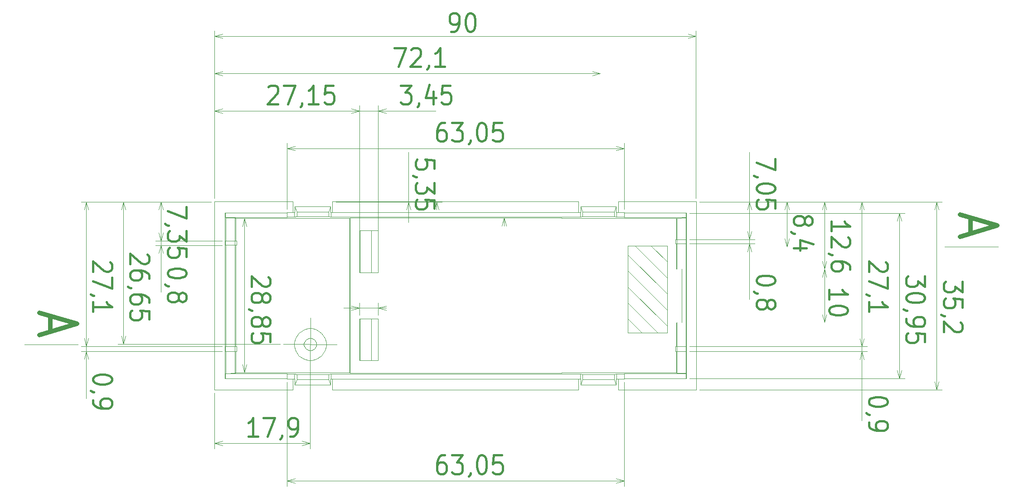
<source format=gbr>
G04 #@! TF.GenerationSoftware,KiCad,Pcbnew,(5.1.5-0-10_14)*
G04 #@! TF.CreationDate,2020-04-27T10:05:46+02:00*
G04 #@! TF.ProjectId,ESP8266-PowerMonitor,45535038-3236-4362-9d50-6f7765724d6f,rev?*
G04 #@! TF.SameCoordinates,Original*
G04 #@! TF.FileFunction,OtherDrawing,Comment*
%FSLAX46Y46*%
G04 Gerber Fmt 4.6, Leading zero omitted, Abs format (unit mm)*
G04 Created by KiCad (PCBNEW (5.1.5-0-10_14)) date 2020-04-27 10:05:46*
%MOMM*%
%LPD*%
G04 APERTURE LIST*
%ADD10C,0.050000*%
%ADD11C,0.436306*%
%ADD12C,0.872612*%
%ADD13C,0.120000*%
G04 APERTURE END LIST*
D10*
X101838760Y-90032201D02*
X101773772Y-89991584D01*
X101838760Y-94347793D02*
X101838760Y-90032201D01*
X101838760Y-114105589D02*
X101838760Y-95152524D01*
X103572613Y-95152524D02*
X103868865Y-95152524D01*
X103572613Y-94347793D02*
X103868865Y-94347793D01*
X101773772Y-94347793D02*
X103572613Y-94347793D01*
X103572613Y-114105589D02*
X103572613Y-114996632D01*
X174864163Y-119289377D02*
X174864163Y-120200729D01*
X174441489Y-119375689D02*
X174864163Y-119289377D01*
X174441489Y-120284502D02*
X174441489Y-119375689D01*
X174800699Y-121256779D02*
X174441489Y-120284502D01*
X121786950Y-122231596D02*
X167777961Y-122231596D01*
X121786950Y-120200729D02*
X121786950Y-122231596D01*
X175160416Y-120200729D02*
X175160416Y-122231596D01*
X174800699Y-121256779D02*
X174800699Y-120200729D01*
X168137678Y-121256779D02*
X174800699Y-121256779D01*
X168137678Y-120200729D02*
X168137678Y-121256779D01*
X167777961Y-122231596D02*
X167777961Y-120200729D01*
X187811955Y-90032201D02*
X186097142Y-90095666D01*
X186097142Y-119078675D02*
X187811955Y-119121831D01*
X187811955Y-114128437D02*
X187811955Y-94875819D01*
X187811955Y-119121831D02*
X187811955Y-115037250D01*
X187832517Y-119162448D02*
X187811955Y-119121831D01*
X185992806Y-99574737D02*
X185992806Y-94875819D01*
X185992806Y-90159130D02*
X164689012Y-90159130D01*
X185992806Y-94073626D02*
X185992806Y-90159130D01*
X187832517Y-120073799D02*
X187832517Y-119162448D01*
X187875166Y-120137264D02*
X187832517Y-120073799D01*
X187875166Y-89082771D02*
X187875166Y-120137264D01*
X187832517Y-89143697D02*
X187875166Y-89082771D01*
X187832517Y-89991584D02*
X187832517Y-89143697D01*
X187811955Y-90032201D02*
X187832517Y-89991584D01*
X187811955Y-94073626D02*
X187811955Y-90032201D01*
X189715131Y-87029057D02*
X189715131Y-122231596D01*
X174800699Y-87958179D02*
X168137678Y-87958179D01*
X174800699Y-88996459D02*
X174800699Y-87958179D01*
X175160416Y-87029057D02*
X175160416Y-89016768D01*
X121490697Y-120200729D02*
X121427233Y-120200729D01*
X121490697Y-119289377D02*
X121490697Y-120200729D01*
X121068023Y-119375689D02*
X121490697Y-119289377D01*
X121068023Y-120284502D02*
X121068023Y-119375689D01*
X121427233Y-121256779D02*
X121068023Y-120284502D01*
X99743667Y-87029057D02*
X99743667Y-122231596D01*
X114382663Y-87029057D02*
X99743667Y-87029057D01*
X114382663Y-89016768D02*
X114382663Y-87029057D01*
X113261625Y-89082771D02*
X101689745Y-89082771D01*
X113261625Y-120137264D02*
X101689745Y-120137264D01*
X99743667Y-122231596D02*
X114382663Y-122231596D01*
X121427233Y-121256779D02*
X121427233Y-120200729D01*
X114762943Y-121256779D02*
X121427233Y-121256779D01*
X114762943Y-120200729D02*
X114762943Y-121256779D01*
X114382663Y-122231596D02*
X114382663Y-120200729D01*
X174864163Y-120200729D02*
X174800699Y-120200729D01*
X185992806Y-115037250D02*
X185992806Y-119015210D01*
X187832517Y-94875819D02*
X186119227Y-94875819D01*
X187832517Y-94073626D02*
X187832517Y-94875819D01*
X186119227Y-94073626D02*
X187832517Y-94073626D01*
X187832517Y-114128437D02*
X186119227Y-114128437D01*
X187832517Y-115037250D02*
X187832517Y-114128437D01*
X186119227Y-115037250D02*
X187832517Y-115037250D01*
X186097142Y-99635663D02*
X186097142Y-94875819D01*
X186097142Y-99574737D02*
X186097142Y-99635663D01*
X185992806Y-99574737D02*
X186097142Y-99574737D01*
X186097142Y-90095666D02*
X185992806Y-90159130D01*
X186097142Y-94073626D02*
X186097142Y-90095666D01*
X186097142Y-119078675D02*
X186097142Y-115037250D01*
X185992806Y-119015210D02*
X186097142Y-119078675D01*
X186097142Y-109685915D02*
X185992806Y-109685915D01*
X186097142Y-109622451D02*
X186097142Y-109685915D01*
X186097142Y-114128437D02*
X186097142Y-109622451D01*
X185992806Y-119015210D02*
X164689012Y-119015210D01*
X103572613Y-114996632D02*
X103868865Y-114996632D01*
X103572613Y-114105589D02*
X103868865Y-114105589D01*
X101773772Y-114105589D02*
X103572613Y-114105589D01*
X101773772Y-114996632D02*
X101773772Y-114105589D01*
X101773772Y-95152524D02*
X101773772Y-94347793D01*
X103572613Y-95152524D02*
X101773772Y-95152524D01*
X103572613Y-94347793D02*
X103572613Y-95152524D01*
X185992806Y-114128437D02*
X185992806Y-109685915D01*
X185843791Y-94073626D02*
X185843791Y-94073626D01*
X185843791Y-94875819D02*
X185843791Y-94073626D01*
X186119227Y-94875819D02*
X185843791Y-94875819D01*
X186119227Y-94073626D02*
X186119227Y-94875819D01*
X185843791Y-94073626D02*
X186119227Y-94073626D01*
X185843791Y-114128437D02*
X185843791Y-114128437D01*
X185843791Y-115037250D02*
X185843791Y-114128437D01*
X186119227Y-115037250D02*
X185843791Y-115037250D01*
X186119227Y-114128437D02*
X186119227Y-115037250D01*
X185843791Y-114128437D02*
X186119227Y-114128437D01*
X103721374Y-114105589D02*
X103721374Y-95152524D01*
X103721374Y-90159130D02*
X103593175Y-90075357D01*
X103721374Y-94347793D02*
X103721374Y-90159130D01*
X103868865Y-94347793D02*
X103868865Y-95152524D01*
X103868865Y-114105589D02*
X103868865Y-114996632D01*
X103593175Y-119078675D02*
X103593175Y-114996632D01*
X101838760Y-119142139D02*
X103593175Y-119078675D01*
X103593175Y-114105589D02*
X103593175Y-95152524D01*
X103593175Y-90075357D02*
X101838760Y-90032201D01*
X103593175Y-94347793D02*
X103593175Y-90075357D01*
X101838760Y-119142139D02*
X101838760Y-114996632D01*
X101773772Y-119162448D02*
X101838760Y-119142139D01*
X101773772Y-120073799D02*
X101773772Y-119162448D01*
X101689745Y-120137264D02*
X101773772Y-120073799D01*
X101689745Y-89082771D02*
X101689745Y-120137264D01*
X101773772Y-89143697D02*
X101689745Y-89082771D01*
X101773772Y-89991584D02*
X101773772Y-89143697D01*
X168074214Y-89864655D02*
X168074214Y-89016768D01*
X168496888Y-89778343D02*
X168074214Y-89864655D01*
X168496888Y-88932995D02*
X168496888Y-89778343D01*
X168137678Y-87958179D02*
X168496888Y-88932995D01*
X187875166Y-120137264D02*
X176303540Y-120137264D01*
X187875166Y-89082771D02*
X176303540Y-89082771D01*
X175160416Y-122231596D02*
X189715131Y-122231596D01*
X189715131Y-87029057D02*
X175160416Y-87029057D01*
X167777961Y-89016768D02*
X167777961Y-87029057D01*
X168137678Y-87958179D02*
X168137678Y-88996459D01*
X103572613Y-114996632D02*
X101773772Y-114996632D01*
X114762943Y-87958179D02*
X115123929Y-88932995D01*
X167777961Y-87029057D02*
X121786950Y-87029057D01*
X114762943Y-87958179D02*
X114762943Y-88996459D01*
X121427233Y-87958179D02*
X114762943Y-87958179D01*
X121427233Y-88996459D02*
X121427233Y-87958179D01*
X121786950Y-87029057D02*
X121786950Y-89016768D01*
X168074214Y-89016768D02*
X168137678Y-88996459D01*
X114699478Y-89016768D02*
X114762943Y-88996459D01*
X114699478Y-89864655D02*
X114699478Y-89016768D01*
X115123929Y-89778343D02*
X114699478Y-89864655D01*
X115123929Y-88932995D02*
X115123929Y-89778343D01*
X164689012Y-90159130D02*
X164541775Y-90055049D01*
X164541775Y-119098983D02*
X164689012Y-119015210D01*
X187028294Y-99635663D02*
X187028294Y-109622451D01*
X125108940Y-119098983D02*
X164541775Y-119098983D01*
X125108940Y-90055049D02*
X125108940Y-119098983D01*
X164541775Y-90055049D02*
X125108940Y-90055049D01*
X126863355Y-100250000D02*
X126863355Y-100250000D01*
X130312275Y-100250000D02*
X126863355Y-100250000D01*
X130312275Y-92403238D02*
X130312275Y-100250000D01*
X126863355Y-92403238D02*
X130312275Y-92403238D01*
X126863355Y-100250000D02*
X126863355Y-92403238D01*
X126863355Y-116750794D02*
X126863355Y-116750794D01*
X130312275Y-116750794D02*
X126863355Y-116750794D01*
X130312275Y-108904032D02*
X130312275Y-116750794D01*
X126863355Y-108904032D02*
X130312275Y-108904032D01*
X126863355Y-116750794D02*
X126863355Y-108904032D01*
X227687772Y-120073799D02*
X227687772Y-118570958D01*
X227687772Y-120073799D02*
X227285914Y-118570958D01*
X228090137Y-118570958D02*
X227687772Y-120073799D01*
X227687772Y-89166544D02*
X227687772Y-90646539D01*
X227687772Y-89166544D02*
X228090137Y-90646539D01*
X227285914Y-90646539D02*
X227687772Y-89166544D01*
X227687772Y-90646539D02*
X227687772Y-118570958D01*
X188445585Y-120073799D02*
X228682389Y-120073799D01*
X188445585Y-89166544D02*
X228682389Y-89166544D01*
X64288793Y-113790805D02*
X74272535Y-113790805D01*
X246178053Y-95429230D02*
X236171972Y-95429230D01*
X130312275Y-106934091D02*
X131814863Y-106934091D01*
X130312275Y-106934091D02*
X131814863Y-106535533D01*
X131814863Y-107337726D02*
X130312275Y-106934091D01*
X126863355Y-106934091D02*
X125362545Y-107337726D01*
X125362545Y-106934091D02*
X126863355Y-106934091D01*
X126863355Y-106934091D02*
X130312275Y-106934091D01*
X125362545Y-106535533D02*
X126863355Y-106934091D01*
X125362545Y-106934091D02*
X123859703Y-106934091D01*
X130312275Y-108289694D02*
X130312275Y-105941505D01*
X126863355Y-108289694D02*
X126863355Y-105941505D01*
X130312275Y-70063703D02*
X131814863Y-70063703D01*
X130312275Y-70063703D02*
X131814863Y-69660068D01*
X131814863Y-70464799D02*
X130312275Y-70063703D01*
X126863355Y-70063703D02*
X125362545Y-70464799D01*
X125362545Y-70063703D02*
X126863355Y-70063703D01*
X126863355Y-70063703D02*
X130312275Y-70063703D01*
X125362545Y-69660068D02*
X126863355Y-70063703D01*
X131814863Y-70063703D02*
X141079931Y-70063703D01*
X125362545Y-70063703D02*
X123859703Y-70063703D01*
X130312275Y-99635663D02*
X130312275Y-69068578D01*
X126863355Y-99635663D02*
X126863355Y-69068578D01*
X141271340Y-87049366D02*
X141271340Y-88552207D01*
X141271340Y-87049366D02*
X141671929Y-88552207D01*
X140868975Y-88552207D02*
X141271340Y-87049366D01*
X122421850Y-87049366D02*
X142264180Y-87049366D01*
X75817771Y-115016941D02*
X75817771Y-116496935D01*
X75817771Y-115016941D02*
X76220136Y-116496935D01*
X75415405Y-116496935D02*
X75817771Y-115016941D01*
X75817771Y-114105589D02*
X75415405Y-112605287D01*
X75817771Y-112605287D02*
X75817771Y-114105589D01*
X75817771Y-114105589D02*
X75817771Y-115016941D01*
X76220136Y-112605287D02*
X75817771Y-114105589D01*
X75817771Y-116496935D02*
X75817771Y-123818210D01*
X75817771Y-112605287D02*
X75817771Y-111102445D01*
X101160958Y-114105589D02*
X74823407Y-114105589D01*
X101160958Y-115016941D02*
X74823407Y-115016941D01*
X75817771Y-87049366D02*
X75817771Y-88552207D01*
X75817771Y-87049366D02*
X76220136Y-88552207D01*
X75415405Y-88552207D02*
X75817771Y-87049366D01*
X75817771Y-114105589D02*
X75817771Y-112605287D01*
X75817771Y-114105589D02*
X75415405Y-112605287D01*
X76220136Y-112605287D02*
X75817771Y-114105589D01*
X75817771Y-112605287D02*
X75817771Y-88552207D01*
X99129330Y-87049366D02*
X74823407Y-87049366D01*
X101160958Y-114105589D02*
X74823407Y-114105589D01*
X89758402Y-95172833D02*
X89758402Y-96675675D01*
X89758402Y-95172833D02*
X90160768Y-96675675D01*
X89356544Y-96675675D02*
X89758402Y-95172833D01*
X89758402Y-94370641D02*
X89356544Y-92867799D01*
X89758402Y-92867799D02*
X89758402Y-94370641D01*
X89758402Y-94370641D02*
X89758402Y-95172833D01*
X90160768Y-92867799D02*
X89758402Y-94370641D01*
X89758402Y-96675675D02*
X89758402Y-103974102D01*
X89758402Y-92867799D02*
X89758402Y-91364958D01*
X101160958Y-95172833D02*
X88764293Y-95172833D01*
X101160958Y-94370641D02*
X88764293Y-94370641D01*
X89758402Y-87049366D02*
X89758402Y-88552207D01*
X89758402Y-87049366D02*
X90160768Y-88552207D01*
X89356544Y-88552207D02*
X89758402Y-87049366D01*
X89758402Y-94370641D02*
X89758402Y-92867799D01*
X89758402Y-94370641D02*
X89356544Y-92867799D01*
X90160768Y-92867799D02*
X89758402Y-94370641D01*
X89758402Y-92867799D02*
X89758402Y-88552207D01*
X99129330Y-87049366D02*
X88764293Y-87049366D01*
X101160958Y-94370641D02*
X88764293Y-94370641D01*
X153878962Y-90075357D02*
X153878962Y-91578199D01*
X153878962Y-90075357D02*
X154280820Y-91578199D01*
X153476596Y-91578199D02*
X153878962Y-90075357D01*
X145459496Y-119098983D02*
X154893634Y-119098983D01*
X145459496Y-90075357D02*
X154893634Y-90075357D01*
X82777044Y-113684185D02*
X82777044Y-112181343D01*
X82777044Y-113684185D02*
X82375186Y-112181343D01*
X83179409Y-112181343D02*
X82777044Y-113684185D01*
X82777044Y-87049366D02*
X82777044Y-88552207D01*
X82777044Y-87049366D02*
X83179409Y-88552207D01*
X82375186Y-88552207D02*
X82777044Y-87049366D01*
X82777044Y-88552207D02*
X82777044Y-112181343D01*
X112034473Y-113684185D02*
X81761864Y-113684185D01*
X99129330Y-87049366D02*
X81761864Y-87049366D01*
X113282441Y-139217258D02*
X114785029Y-139217258D01*
X113282441Y-139217258D02*
X114785029Y-138816162D01*
X114785029Y-139620893D02*
X113282441Y-139217258D01*
X176281454Y-139217258D02*
X174780136Y-139217258D01*
X176281454Y-139217258D02*
X174780136Y-139620893D01*
X174780136Y-138816162D02*
X176281454Y-139217258D01*
X174780136Y-139217258D02*
X114785029Y-139217258D01*
X113282441Y-120815066D02*
X113282441Y-140212383D01*
X176281454Y-120815066D02*
X176281454Y-140212383D01*
X176281454Y-77065116D02*
X174780136Y-77065116D01*
X176281454Y-77065116D02*
X174780136Y-77466213D01*
X174780136Y-76661482D02*
X176281454Y-77065116D01*
X113282441Y-77065116D02*
X114785029Y-77065116D01*
X113282441Y-77065116D02*
X114785029Y-76661482D01*
X114785029Y-77466213D02*
X113282441Y-77065116D01*
X114785029Y-77065116D02*
X174780136Y-77065116D01*
X176281454Y-88404969D02*
X176281454Y-76049683D01*
X113282441Y-88404969D02*
X113282441Y-76049683D01*
X213683929Y-87049366D02*
X213683929Y-88552207D01*
X213683929Y-87049366D02*
X214086041Y-88552207D01*
X213281818Y-88552207D02*
X213683929Y-87049366D01*
X213683929Y-99635663D02*
X213683929Y-98135360D01*
X213683929Y-99635663D02*
X213281818Y-98135360D01*
X214086041Y-98135360D02*
X213683929Y-99635663D01*
X213683929Y-98135360D02*
X213683929Y-88552207D01*
X190327945Y-87049366D02*
X214699109Y-87049366D01*
X213683929Y-109642760D02*
X213683929Y-108142457D01*
X213683929Y-109642760D02*
X213281818Y-108142457D01*
X214086041Y-108142457D02*
X213683929Y-109642760D01*
X213683929Y-99635663D02*
X213683929Y-101138504D01*
X213683929Y-99635663D02*
X214086041Y-101138504D01*
X213281818Y-101138504D02*
X213683929Y-99635663D01*
X213683929Y-101138504D02*
X213683929Y-108142457D01*
X220685851Y-87049366D02*
X220685851Y-88552207D01*
X220685851Y-87049366D02*
X221088216Y-88552207D01*
X220283739Y-88552207D02*
X220685851Y-87049366D01*
X220685851Y-114128437D02*
X220685851Y-112625595D01*
X220685851Y-114128437D02*
X220283739Y-112625595D01*
X221088216Y-112625595D02*
X220685851Y-114128437D01*
X220685851Y-112625595D02*
X220685851Y-88552207D01*
X190327945Y-87049366D02*
X221680214Y-87049366D01*
X188445585Y-114128437D02*
X221680214Y-114128437D01*
X199700396Y-87049366D02*
X199700396Y-88552207D01*
X199700396Y-87049366D02*
X200102507Y-88552207D01*
X199298284Y-88552207D02*
X199700396Y-87049366D01*
X199700396Y-94093935D02*
X199700396Y-92591094D01*
X199700396Y-94093935D02*
X199298284Y-92591094D01*
X200102507Y-92591094D02*
X199700396Y-94093935D01*
X199700396Y-87049366D02*
X199700396Y-77806383D01*
X199700396Y-92591094D02*
X199700396Y-88552207D01*
X190327945Y-87049366D02*
X200695013Y-87049366D01*
X188445585Y-94093935D02*
X200695013Y-94093935D01*
X220685851Y-115037250D02*
X220685851Y-116540091D01*
X220685851Y-115037250D02*
X221088216Y-116540091D01*
X220283739Y-116540091D02*
X220685851Y-115037250D01*
X220685851Y-114128437D02*
X220283739Y-112625595D01*
X220685851Y-112625595D02*
X220685851Y-114128437D01*
X220685851Y-114128437D02*
X220685851Y-115037250D01*
X221088216Y-112625595D02*
X220685851Y-114128437D01*
X220685851Y-116540091D02*
X220685851Y-128006873D01*
X220685851Y-112625595D02*
X220685851Y-111145601D01*
X188445585Y-115037250D02*
X221680214Y-115037250D01*
X188445585Y-114128437D02*
X221680214Y-114128437D01*
X199700396Y-94898666D02*
X199700396Y-96401508D01*
X199700396Y-94898666D02*
X200102507Y-96401508D01*
X199298284Y-96401508D02*
X199700396Y-94898666D01*
X199700396Y-94093935D02*
X199298284Y-92591094D01*
X199700396Y-92591094D02*
X199700396Y-94093935D01*
X199700396Y-94093935D02*
X199700396Y-94898666D01*
X200102507Y-92591094D02*
X199700396Y-94093935D01*
X199700396Y-96401508D02*
X199700396Y-105306859D01*
X199700396Y-92591094D02*
X199700396Y-91090791D01*
X188445585Y-94898666D02*
X200695013Y-94898666D01*
X188445585Y-94093935D02*
X200695013Y-94093935D01*
X99764483Y-63059751D02*
X101267071Y-63059751D01*
X99764483Y-63059751D02*
X101267071Y-62658655D01*
X101267071Y-63463386D02*
X99764483Y-63059751D01*
X171839695Y-63059751D02*
X170337107Y-63059751D01*
X171839695Y-63059751D02*
X170337107Y-63463386D01*
X170337107Y-62658655D02*
X171839695Y-63059751D01*
X170337107Y-63059751D02*
X101267071Y-63059751D01*
X99764483Y-86414720D02*
X99764483Y-62067165D01*
X206702571Y-87049366D02*
X206702571Y-88552207D01*
X206702571Y-87049366D02*
X207104429Y-88552207D01*
X206300205Y-88552207D02*
X206702571Y-87049366D01*
X206702571Y-95429230D02*
X206702571Y-93926389D01*
X206702571Y-95429230D02*
X206300205Y-93926389D01*
X207104429Y-93926389D02*
X206702571Y-95429230D01*
X206702571Y-93926389D02*
X206702571Y-88552207D01*
X190327945Y-87049366D02*
X207696934Y-87049366D01*
X99764483Y-132215845D02*
X101267071Y-132215845D01*
X99764483Y-132215845D02*
X101267071Y-131814749D01*
X101267071Y-132616941D02*
X99764483Y-132215845D01*
X117639920Y-132215845D02*
X116138601Y-132215845D01*
X117639920Y-132215845D02*
X116138601Y-132616941D01*
X116138601Y-131814749D02*
X117639920Y-132215845D01*
X116138601Y-132215845D02*
X101267071Y-132215845D01*
X99764483Y-122843394D02*
X99764483Y-133231278D01*
X117639920Y-114361986D02*
X117639920Y-133231278D01*
X112647287Y-113684185D02*
X122654638Y-113790805D01*
X117682568Y-108733947D02*
X117598795Y-118738504D01*
X99764483Y-70063703D02*
X101267071Y-70063703D01*
X99764483Y-70063703D02*
X101267071Y-69660068D01*
X101267071Y-70464799D02*
X99764483Y-70063703D01*
X126863355Y-70063703D02*
X125362545Y-70063703D01*
X126863355Y-70063703D02*
X125362545Y-70464799D01*
X125362545Y-69660068D02*
X126863355Y-70063703D01*
X125362545Y-70063703D02*
X101267071Y-70063703D01*
X99764483Y-86414720D02*
X99764483Y-69068578D01*
X126863355Y-91788901D02*
X126863355Y-69068578D01*
X136023834Y-87049366D02*
X136023834Y-88552207D01*
X136023834Y-87049366D02*
X136426200Y-88552207D01*
X135621469Y-88552207D02*
X136023834Y-87049366D01*
X136023834Y-87049366D02*
X136023834Y-77783536D01*
X136023834Y-90920706D02*
X136023834Y-88552207D01*
X122421850Y-87049366D02*
X137018197Y-87049366D01*
X105371199Y-119015210D02*
X105371199Y-117512369D01*
X105371199Y-119015210D02*
X104969087Y-117512369D01*
X105772041Y-117512369D02*
X105371199Y-119015210D01*
X105371199Y-90159130D02*
X105371199Y-91661972D01*
X105371199Y-90159130D02*
X105772041Y-91661972D01*
X104969087Y-91661972D02*
X105371199Y-90159130D01*
X105371199Y-91661972D02*
X105371199Y-117512369D01*
X104355004Y-119015210D02*
X106386125Y-119015210D01*
X104355004Y-90159130D02*
X106386125Y-90159130D01*
X189694822Y-56058337D02*
X188212543Y-56058337D01*
X189694822Y-56058337D02*
X188212543Y-56459433D01*
X188212543Y-55657241D02*
X189694822Y-56058337D01*
X99764483Y-56058337D02*
X101267071Y-56058337D01*
X99764483Y-56058337D02*
X101267071Y-55657241D01*
X101267071Y-56459433D02*
X99764483Y-56058337D01*
X101267071Y-56058337D02*
X188212543Y-56058337D01*
X189694822Y-86414720D02*
X189694822Y-55063212D01*
X99764483Y-86414720D02*
X99764483Y-55063212D01*
X234669385Y-122231596D02*
X234669385Y-120728754D01*
X234669385Y-122231596D02*
X234267273Y-120728754D01*
X235071750Y-120728754D02*
X234669385Y-122231596D01*
X234669385Y-87049366D02*
X234669385Y-88552207D01*
X234669385Y-87049366D02*
X235071750Y-88552207D01*
X234267273Y-88552207D02*
X234669385Y-87049366D01*
X234669385Y-88552207D02*
X234669385Y-120728754D01*
X190327945Y-122231596D02*
X235684310Y-122231596D01*
X190327945Y-87049366D02*
X235684310Y-87049366D01*
X103593175Y-119078675D02*
X103721374Y-119015210D01*
X124960179Y-119015210D02*
X125108940Y-119098983D01*
X125108940Y-90055049D02*
X124960179Y-90159130D01*
X113261625Y-89991584D02*
X101773772Y-89991584D01*
X113261625Y-89143697D02*
X101773772Y-89143697D01*
X187832517Y-89143697D02*
X176303540Y-89143697D01*
X187832517Y-89991584D02*
X176303540Y-89991584D01*
X113261625Y-119162448D02*
X101773772Y-119162448D01*
X187832517Y-119162448D02*
X176303540Y-119162448D01*
X113261625Y-120073799D02*
X101773772Y-120073799D01*
X187832517Y-120073799D02*
X176303540Y-120073799D01*
X176303540Y-89864655D02*
X176303540Y-89991584D01*
X113261625Y-119289377D02*
X113261625Y-119162448D01*
X174441489Y-119375689D02*
X168496888Y-119375689D01*
X121068023Y-119375689D02*
X115123929Y-119375689D01*
X174441489Y-89778343D02*
X168496888Y-89778343D01*
X121068023Y-89778343D02*
X115123929Y-89778343D01*
X113261625Y-89991584D02*
X113261625Y-89864655D01*
X176303540Y-119162448D02*
X176303540Y-119289377D01*
X121068023Y-89778343D02*
X121068023Y-88932995D01*
X121490697Y-89864655D02*
X121068023Y-89778343D01*
X168137678Y-120200729D02*
X168074214Y-120200729D01*
X168496888Y-119375689D02*
X168496888Y-120284502D01*
X168074214Y-119289377D02*
X168496888Y-119375689D01*
X121490697Y-89864655D02*
X121490697Y-89016768D01*
X168074214Y-89864655D02*
X121490697Y-89864655D01*
X168074214Y-120200729D02*
X121490697Y-120200729D01*
X168074214Y-119289377D02*
X168074214Y-120200729D01*
X121490697Y-119289377D02*
X168074214Y-119289377D01*
X113261625Y-119289377D02*
X114699478Y-119289377D01*
X113261625Y-120200729D02*
X113261625Y-119289377D01*
X114699478Y-120200729D02*
X113261625Y-120200729D01*
X115123929Y-119375689D02*
X115123929Y-120284502D01*
X114699478Y-119289377D02*
X115123929Y-119375689D01*
X114699478Y-120200729D02*
X114699478Y-119289377D01*
X114762943Y-120200729D02*
X114699478Y-120200729D01*
X113261625Y-89864655D02*
X113261625Y-89016768D01*
X114699478Y-89864655D02*
X113261625Y-89864655D01*
X176303540Y-120200729D02*
X174864163Y-120200729D01*
X176303540Y-119289377D02*
X176303540Y-120200729D01*
X174864163Y-119289377D02*
X176303540Y-119289377D01*
X176303540Y-89864655D02*
X174864163Y-89864655D01*
X176303540Y-89016768D02*
X176303540Y-89864655D01*
X174441489Y-89778343D02*
X174441489Y-88932995D01*
X174864163Y-89864655D02*
X174441489Y-89778343D01*
X174864163Y-89016768D02*
X174864163Y-89864655D01*
X174441489Y-88932995D02*
X168496888Y-88932995D01*
X174800699Y-87958179D02*
X174441489Y-88932995D01*
X174864163Y-89016768D02*
X176303540Y-89016768D01*
X174800699Y-88996459D02*
X174864163Y-89016768D01*
X121490697Y-89016768D02*
X168074214Y-89016768D01*
X121427233Y-88996459D02*
X121490697Y-89016768D01*
X113261625Y-89016768D02*
X114699478Y-89016768D01*
X121068023Y-88932995D02*
X121427233Y-87958179D01*
X115123929Y-88932995D02*
X121068023Y-88932995D01*
X168496888Y-120284502D02*
X168137678Y-121256779D01*
X174441489Y-120284502D02*
X168496888Y-120284502D01*
X115123929Y-120284502D02*
X114762943Y-121256779D01*
X121068023Y-120284502D02*
X115123929Y-120284502D01*
X129042476Y-100250000D02*
X129042476Y-92403238D01*
X126926820Y-100250000D02*
X126926820Y-92403238D01*
X129042476Y-108904032D02*
X129042476Y-116750794D01*
X126926820Y-108904032D02*
X126926820Y-116750794D01*
X103721374Y-119015210D02*
X103721374Y-114996632D01*
X124960179Y-119015210D02*
X103721374Y-119015210D01*
X124960179Y-90159130D02*
X124960179Y-119015210D01*
X103721374Y-90159130D02*
X124960179Y-90159130D01*
X120645349Y-113714648D02*
X120645349Y-113714648D01*
X120645349Y-114006585D02*
X120645349Y-113714648D01*
X120411291Y-114879857D02*
X120645349Y-114006585D01*
X119767760Y-115831826D02*
X120411291Y-114879857D01*
X118816045Y-116474088D02*
X119767760Y-115831826D01*
X117943027Y-116710176D02*
X118816045Y-116474088D01*
X117651089Y-116710176D02*
X117943027Y-116710176D01*
X117360422Y-116710176D02*
X117651089Y-116710176D01*
X116487403Y-116474088D02*
X117360422Y-116710176D01*
X115535688Y-115831826D02*
X116487403Y-116474088D01*
X114893680Y-114879857D02*
X115535688Y-115831826D01*
X114658099Y-114006585D02*
X114893680Y-114879857D01*
X114658099Y-113714648D02*
X114658099Y-114006585D01*
X114658099Y-113422710D02*
X114658099Y-113714648D01*
X114893680Y-112549438D02*
X114658099Y-113422710D01*
X115535688Y-111597469D02*
X114893680Y-112549438D01*
X116487403Y-110957746D02*
X115535688Y-111597469D01*
X117360422Y-110721658D02*
X116487403Y-110957746D01*
X117651089Y-110721658D02*
X117360422Y-110721658D01*
X117943027Y-110721658D02*
X117651089Y-110721658D01*
X118816045Y-110957746D02*
X117943027Y-110721658D01*
X119767760Y-111597469D02*
X118816045Y-110957746D01*
X120411291Y-112549438D02*
X119767760Y-111597469D01*
X120645349Y-113422710D02*
X120411291Y-112549438D01*
X120645349Y-113714648D02*
X120645349Y-113422710D01*
X116477502Y-113714648D02*
X116477502Y-113714648D01*
X116477502Y-113600411D02*
X116477502Y-113714648D01*
X116569907Y-113257703D02*
X116477502Y-113600411D01*
X116821988Y-112884531D02*
X116569907Y-113257703D01*
X117195414Y-112633211D02*
X116821988Y-112884531D01*
X117538122Y-112541822D02*
X117195414Y-112633211D01*
X117651089Y-112541822D02*
X117538122Y-112541822D01*
X117765326Y-112541822D02*
X117651089Y-112541822D01*
X118108034Y-112633211D02*
X117765326Y-112541822D01*
X118482983Y-112884531D02*
X118108034Y-112633211D01*
X118733541Y-113257703D02*
X118482983Y-112884531D01*
X118825946Y-113600411D02*
X118733541Y-113257703D01*
X118825946Y-113714648D02*
X118825946Y-113600411D01*
X118825946Y-113828884D02*
X118825946Y-113714648D01*
X118733541Y-114171593D02*
X118825946Y-113828884D01*
X118482983Y-114544764D02*
X118733541Y-114171593D01*
X118108034Y-114796084D02*
X118482983Y-114544764D01*
X117765326Y-114890012D02*
X118108034Y-114796084D01*
X117651089Y-114890012D02*
X117765326Y-114890012D01*
X117538122Y-114890012D02*
X117651089Y-114890012D01*
X117195414Y-114796084D02*
X117538122Y-114890012D01*
X116821988Y-114544764D02*
X117195414Y-114796084D01*
X116569907Y-114171593D02*
X116821988Y-114544764D01*
X116477502Y-113828884D02*
X116569907Y-114171593D01*
X116477502Y-113714648D02*
X116477502Y-113828884D01*
D11*
X214526927Y-105275240D02*
X214526927Y-103480151D01*
X214526927Y-104377696D02*
X218017377Y-104377696D01*
X217518742Y-104078514D01*
X217186318Y-103779333D01*
X217020106Y-103480151D01*
X218017377Y-107219919D02*
X218017377Y-107519101D01*
X217851166Y-107818282D01*
X217684954Y-107967873D01*
X217352530Y-108117463D01*
X216687682Y-108267054D01*
X215856623Y-108267054D01*
X215191775Y-108117463D01*
X214859351Y-107967873D01*
X214693139Y-107818282D01*
X214526927Y-107519101D01*
X214526927Y-107219919D01*
X214693139Y-106920738D01*
X214859351Y-106771147D01*
X215191775Y-106621556D01*
X215856623Y-106471966D01*
X216687682Y-106471966D01*
X217352530Y-106621556D01*
X217684954Y-106771147D01*
X217851166Y-106920738D01*
X218017377Y-107219919D01*
X225131381Y-98339519D02*
X225297593Y-98489110D01*
X225463804Y-98788291D01*
X225463804Y-99536245D01*
X225297593Y-99835426D01*
X225131381Y-99985017D01*
X224798957Y-100134608D01*
X224466533Y-100134608D01*
X223967897Y-99985017D01*
X221973354Y-98189929D01*
X221973354Y-100134608D01*
X225463804Y-101181743D02*
X225463804Y-103276013D01*
X221973354Y-101929696D01*
X222139566Y-104622329D02*
X221973354Y-104622329D01*
X221640931Y-104472739D01*
X221474719Y-104323148D01*
X221973354Y-107614144D02*
X221973354Y-105819055D01*
X221973354Y-106716599D02*
X225463804Y-106716599D01*
X224965169Y-106417418D01*
X224632745Y-106118236D01*
X224466533Y-105819055D01*
X204478095Y-79003315D02*
X204478095Y-81097585D01*
X200987645Y-79751268D01*
X201153857Y-82443901D02*
X200987645Y-82443901D01*
X200655222Y-82294310D01*
X200489010Y-82144720D01*
X204478095Y-84388580D02*
X204478095Y-84687762D01*
X204311884Y-84986943D01*
X204145672Y-85136534D01*
X203813248Y-85286125D01*
X203148400Y-85435715D01*
X202317341Y-85435715D01*
X201652493Y-85286125D01*
X201320069Y-85136534D01*
X201153857Y-84986943D01*
X200987645Y-84687762D01*
X200987645Y-84388580D01*
X201153857Y-84089399D01*
X201320069Y-83939808D01*
X201652493Y-83790217D01*
X202317341Y-83640627D01*
X203148400Y-83640627D01*
X203813248Y-83790217D01*
X204145672Y-83939808D01*
X204311884Y-84089399D01*
X204478095Y-84388580D01*
X204478095Y-88277939D02*
X204478095Y-86782032D01*
X202815976Y-86632441D01*
X202982188Y-86782032D01*
X203148400Y-87081213D01*
X203148400Y-87829167D01*
X202982188Y-88128348D01*
X202815976Y-88277939D01*
X202483553Y-88427530D01*
X201652493Y-88427530D01*
X201320069Y-88277939D01*
X201153857Y-88128348D01*
X200987645Y-87829167D01*
X200987645Y-87081213D01*
X201153857Y-86782032D01*
X201320069Y-86632441D01*
X225463804Y-124305763D02*
X225463804Y-124604944D01*
X225297593Y-124904126D01*
X225131381Y-125053716D01*
X224798957Y-125203307D01*
X224134109Y-125352898D01*
X223303050Y-125352898D01*
X222638202Y-125203307D01*
X222305778Y-125053716D01*
X222139566Y-124904126D01*
X221973354Y-124604944D01*
X221973354Y-124305763D01*
X222139566Y-124006581D01*
X222305778Y-123856991D01*
X222638202Y-123707400D01*
X223303050Y-123557809D01*
X224134109Y-123557809D01*
X224798957Y-123707400D01*
X225131381Y-123856991D01*
X225297593Y-124006581D01*
X225463804Y-124305763D01*
X222139566Y-126848805D02*
X221973354Y-126848805D01*
X221640931Y-126699214D01*
X221474719Y-126549624D01*
X221973354Y-128344712D02*
X221973354Y-128943075D01*
X222139566Y-129242256D01*
X222305778Y-129391847D01*
X222804414Y-129691029D01*
X223469262Y-129840619D01*
X224798957Y-129840619D01*
X225131381Y-129691029D01*
X225297593Y-129541438D01*
X225463804Y-129242256D01*
X225463804Y-128643894D01*
X225297593Y-128344712D01*
X225131381Y-128195121D01*
X224798957Y-128045531D01*
X223967897Y-128045531D01*
X223635473Y-128195121D01*
X223469262Y-128344712D01*
X223303050Y-128643894D01*
X223303050Y-129242256D01*
X223469262Y-129541438D01*
X223635473Y-129691029D01*
X223967897Y-129840619D01*
X204478095Y-101605748D02*
X204478095Y-101904929D01*
X204311884Y-102204111D01*
X204145672Y-102353701D01*
X203813248Y-102503292D01*
X203148400Y-102652883D01*
X202317341Y-102652883D01*
X201652493Y-102503292D01*
X201320069Y-102353701D01*
X201153857Y-102204111D01*
X200987645Y-101904929D01*
X200987645Y-101605748D01*
X201153857Y-101306566D01*
X201320069Y-101156976D01*
X201652493Y-101007385D01*
X202317341Y-100857794D01*
X203148400Y-100857794D01*
X203813248Y-101007385D01*
X204145672Y-101156976D01*
X204311884Y-101306566D01*
X204478095Y-101605748D01*
X201153857Y-104148790D02*
X200987645Y-104148790D01*
X200655222Y-103999199D01*
X200489010Y-103849609D01*
X202982188Y-105943879D02*
X203148400Y-105644697D01*
X203314612Y-105495106D01*
X203647036Y-105345516D01*
X203813248Y-105345516D01*
X204145672Y-105495106D01*
X204311884Y-105644697D01*
X204478095Y-105943879D01*
X204478095Y-106542241D01*
X204311884Y-106841423D01*
X204145672Y-106991014D01*
X203813248Y-107140604D01*
X203647036Y-107140604D01*
X203314612Y-106991014D01*
X203148400Y-106841423D01*
X202982188Y-106542241D01*
X202982188Y-105943879D01*
X202815976Y-105644697D01*
X202649764Y-105495106D01*
X202317341Y-105345516D01*
X201652493Y-105345516D01*
X201320069Y-105495106D01*
X201153857Y-105644697D01*
X200987645Y-105943879D01*
X200987645Y-106542241D01*
X201153857Y-106841423D01*
X201320069Y-106991014D01*
X201652493Y-107140604D01*
X202317341Y-107140604D01*
X202649764Y-106991014D01*
X202815976Y-106841423D01*
X202982188Y-106542241D01*
X133371766Y-58283573D02*
X135466036Y-58283573D01*
X134119719Y-61774023D01*
X136513171Y-58615996D02*
X136662761Y-58449785D01*
X136961943Y-58283573D01*
X137709896Y-58283573D01*
X138009078Y-58449785D01*
X138158668Y-58615996D01*
X138308259Y-58948420D01*
X138308259Y-59280844D01*
X138158668Y-59779480D01*
X136363580Y-61774023D01*
X138308259Y-61774023D01*
X139804166Y-61607811D02*
X139804166Y-61774023D01*
X139654576Y-62106446D01*
X139504985Y-62272658D01*
X142795981Y-61774023D02*
X141000892Y-61774023D01*
X141898436Y-61774023D02*
X141898436Y-58283573D01*
X141599255Y-58782208D01*
X141300073Y-59114632D01*
X141000892Y-59280844D01*
X209963293Y-90306698D02*
X210129505Y-90007517D01*
X210295717Y-89857926D01*
X210628141Y-89708335D01*
X210794353Y-89708335D01*
X211126777Y-89857926D01*
X211292989Y-90007517D01*
X211459200Y-90306698D01*
X211459200Y-90905061D01*
X211292989Y-91204242D01*
X211126777Y-91353833D01*
X210794353Y-91503424D01*
X210628141Y-91503424D01*
X210295717Y-91353833D01*
X210129505Y-91204242D01*
X209963293Y-90905061D01*
X209963293Y-90306698D01*
X209797081Y-90007517D01*
X209630869Y-89857926D01*
X209298446Y-89708335D01*
X208633598Y-89708335D01*
X208301174Y-89857926D01*
X208134962Y-90007517D01*
X207968750Y-90306698D01*
X207968750Y-90905061D01*
X208134962Y-91204242D01*
X208301174Y-91353833D01*
X208633598Y-91503424D01*
X209298446Y-91503424D01*
X209630869Y-91353833D01*
X209797081Y-91204242D01*
X209963293Y-90905061D01*
X208134962Y-92999331D02*
X207968750Y-92999331D01*
X207636327Y-92849740D01*
X207470115Y-92700150D01*
X210295717Y-95691964D02*
X207968750Y-95691964D01*
X211625412Y-94944010D02*
X209132234Y-94196057D01*
X209132234Y-96140736D01*
X107878672Y-130927579D02*
X106083583Y-130927579D01*
X106981128Y-130927579D02*
X106981128Y-127437129D01*
X106681946Y-127935764D01*
X106382765Y-128268188D01*
X106083583Y-128434400D01*
X108925807Y-127437129D02*
X111020077Y-127437129D01*
X109673760Y-130927579D01*
X112366393Y-130761367D02*
X112366393Y-130927579D01*
X112216803Y-131260002D01*
X112067212Y-131426214D01*
X113862300Y-130927579D02*
X114460663Y-130927579D01*
X114759845Y-130761367D01*
X114909435Y-130595155D01*
X115208617Y-130096519D01*
X115358208Y-129431671D01*
X115358208Y-128101976D01*
X115208617Y-127769552D01*
X115059026Y-127603341D01*
X114759845Y-127437129D01*
X114161482Y-127437129D01*
X113862300Y-127603341D01*
X113712710Y-127769552D01*
X113563119Y-128101976D01*
X113563119Y-128933036D01*
X113712710Y-129265460D01*
X113862300Y-129431671D01*
X114161482Y-129597883D01*
X114759845Y-129597883D01*
X115059026Y-129431671D01*
X115208617Y-129265460D01*
X115358208Y-128933036D01*
X109849064Y-65617410D02*
X109998655Y-65451199D01*
X110297836Y-65284987D01*
X111045790Y-65284987D01*
X111344971Y-65451199D01*
X111494562Y-65617410D01*
X111644153Y-65949834D01*
X111644153Y-66282258D01*
X111494562Y-66780894D01*
X109699474Y-68775437D01*
X111644153Y-68775437D01*
X112691288Y-65284987D02*
X114785558Y-65284987D01*
X113439241Y-68775437D01*
X116131874Y-68609225D02*
X116131874Y-68775437D01*
X115982284Y-69107860D01*
X115832693Y-69274072D01*
X119123689Y-68775437D02*
X117328600Y-68775437D01*
X118226144Y-68775437D02*
X118226144Y-65284987D01*
X117926963Y-65783622D01*
X117627781Y-66116046D01*
X117328600Y-66282258D01*
X121965912Y-65284987D02*
X120470005Y-65284987D01*
X120320414Y-66947106D01*
X120470005Y-66780894D01*
X120769186Y-66614682D01*
X121517140Y-66614682D01*
X121816321Y-66780894D01*
X121965912Y-66947106D01*
X122115503Y-67279529D01*
X122115503Y-68110589D01*
X121965912Y-68443013D01*
X121816321Y-68609225D01*
X121517140Y-68775437D01*
X120769186Y-68775437D01*
X120470005Y-68609225D01*
X120320414Y-68443013D01*
X140802041Y-80798403D02*
X140802041Y-79302496D01*
X139139922Y-79152905D01*
X139306134Y-79302496D01*
X139472346Y-79601677D01*
X139472346Y-80349631D01*
X139306134Y-80648812D01*
X139139922Y-80798403D01*
X138807499Y-80947994D01*
X137976439Y-80947994D01*
X137644015Y-80798403D01*
X137477803Y-80648812D01*
X137311591Y-80349631D01*
X137311591Y-79601677D01*
X137477803Y-79302496D01*
X137644015Y-79152905D01*
X137477803Y-82443901D02*
X137311591Y-82443901D01*
X136979168Y-82294310D01*
X136812956Y-82144720D01*
X140802041Y-83491036D02*
X140802041Y-85435715D01*
X139472346Y-84388580D01*
X139472346Y-84837352D01*
X139306134Y-85136534D01*
X139139922Y-85286125D01*
X138807499Y-85435715D01*
X137976439Y-85435715D01*
X137644015Y-85286125D01*
X137477803Y-85136534D01*
X137311591Y-84837352D01*
X137311591Y-83939808D01*
X137477803Y-83640627D01*
X137644015Y-83491036D01*
X140802041Y-88277939D02*
X140802041Y-86782032D01*
X139139922Y-86632441D01*
X139306134Y-86782032D01*
X139472346Y-87081213D01*
X139472346Y-87829167D01*
X139306134Y-88128348D01*
X139139922Y-88277939D01*
X138807499Y-88427530D01*
X137976439Y-88427530D01*
X137644015Y-88277939D01*
X137477803Y-88128348D01*
X137311591Y-87829167D01*
X137311591Y-87081213D01*
X137477803Y-86782032D01*
X137644015Y-86632441D01*
X109816222Y-101131961D02*
X109982434Y-101281552D01*
X110148645Y-101580733D01*
X110148645Y-102328687D01*
X109982434Y-102627868D01*
X109816222Y-102777459D01*
X109483798Y-102927050D01*
X109151374Y-102927050D01*
X108652738Y-102777459D01*
X106658195Y-100982371D01*
X106658195Y-102927050D01*
X108652738Y-104722138D02*
X108818950Y-104422957D01*
X108985162Y-104273366D01*
X109317586Y-104123776D01*
X109483798Y-104123776D01*
X109816222Y-104273366D01*
X109982434Y-104422957D01*
X110148645Y-104722138D01*
X110148645Y-105320501D01*
X109982434Y-105619683D01*
X109816222Y-105769273D01*
X109483798Y-105918864D01*
X109317586Y-105918864D01*
X108985162Y-105769273D01*
X108818950Y-105619683D01*
X108652738Y-105320501D01*
X108652738Y-104722138D01*
X108486526Y-104422957D01*
X108320314Y-104273366D01*
X107987891Y-104123776D01*
X107323043Y-104123776D01*
X106990619Y-104273366D01*
X106824407Y-104422957D01*
X106658195Y-104722138D01*
X106658195Y-105320501D01*
X106824407Y-105619683D01*
X106990619Y-105769273D01*
X107323043Y-105918864D01*
X107987891Y-105918864D01*
X108320314Y-105769273D01*
X108486526Y-105619683D01*
X108652738Y-105320501D01*
X106824407Y-107414771D02*
X106658195Y-107414771D01*
X106325772Y-107265181D01*
X106159560Y-107115590D01*
X108652738Y-109209860D02*
X108818950Y-108910678D01*
X108985162Y-108761088D01*
X109317586Y-108611497D01*
X109483798Y-108611497D01*
X109816222Y-108761088D01*
X109982434Y-108910678D01*
X110148645Y-109209860D01*
X110148645Y-109808223D01*
X109982434Y-110107404D01*
X109816222Y-110256995D01*
X109483798Y-110406586D01*
X109317586Y-110406586D01*
X108985162Y-110256995D01*
X108818950Y-110107404D01*
X108652738Y-109808223D01*
X108652738Y-109209860D01*
X108486526Y-108910678D01*
X108320314Y-108761088D01*
X107987891Y-108611497D01*
X107323043Y-108611497D01*
X106990619Y-108761088D01*
X106824407Y-108910678D01*
X106658195Y-109209860D01*
X106658195Y-109808223D01*
X106824407Y-110107404D01*
X106990619Y-110256995D01*
X107323043Y-110406586D01*
X107987891Y-110406586D01*
X108320314Y-110256995D01*
X108486526Y-110107404D01*
X108652738Y-109808223D01*
X110148645Y-113248809D02*
X110148645Y-111752902D01*
X108486526Y-111603311D01*
X108652738Y-111752902D01*
X108818950Y-112052083D01*
X108818950Y-112800037D01*
X108652738Y-113099218D01*
X108486526Y-113248809D01*
X108154103Y-113398400D01*
X107323043Y-113398400D01*
X106990619Y-113248809D01*
X106824407Y-113099218D01*
X106658195Y-112800037D01*
X106658195Y-112052083D01*
X106824407Y-111752902D01*
X106990619Y-111603311D01*
X143974872Y-55237171D02*
X144573235Y-55237171D01*
X144872416Y-55070959D01*
X145022007Y-54904747D01*
X145321188Y-54406111D01*
X145470779Y-53741263D01*
X145470779Y-52411568D01*
X145321188Y-52079144D01*
X145171597Y-51912933D01*
X144872416Y-51746721D01*
X144274053Y-51746721D01*
X143974872Y-51912933D01*
X143825281Y-52079144D01*
X143675690Y-52411568D01*
X143675690Y-53242628D01*
X143825281Y-53575052D01*
X143974872Y-53741263D01*
X144274053Y-53907475D01*
X144872416Y-53907475D01*
X145171597Y-53741263D01*
X145321188Y-53575052D01*
X145470779Y-53242628D01*
X147415458Y-51746721D02*
X147714640Y-51746721D01*
X148013821Y-51912933D01*
X148163412Y-52079144D01*
X148313002Y-52411568D01*
X148462593Y-53076416D01*
X148462593Y-53907475D01*
X148313002Y-54572323D01*
X148163412Y-54904747D01*
X148013821Y-55070959D01*
X147714640Y-55237171D01*
X147415458Y-55237171D01*
X147116277Y-55070959D01*
X146966686Y-54904747D01*
X146817095Y-54572323D01*
X146667505Y-53907475D01*
X146667505Y-53076416D01*
X146817095Y-52411568D01*
X146966686Y-52079144D01*
X147116277Y-51912933D01*
X147415458Y-51746721D01*
X239447084Y-101997805D02*
X239447084Y-103942484D01*
X238117389Y-102895349D01*
X238117389Y-103344121D01*
X237951177Y-103643302D01*
X237784965Y-103792893D01*
X237452542Y-103942484D01*
X236621482Y-103942484D01*
X236289058Y-103792893D01*
X236122846Y-103643302D01*
X235956634Y-103344121D01*
X235956634Y-102446577D01*
X236122846Y-102147395D01*
X236289058Y-101997805D01*
X239447084Y-106784707D02*
X239447084Y-105288800D01*
X237784965Y-105139210D01*
X237951177Y-105288800D01*
X238117389Y-105587982D01*
X238117389Y-106335935D01*
X237951177Y-106635117D01*
X237784965Y-106784707D01*
X237452542Y-106934298D01*
X236621482Y-106934298D01*
X236289058Y-106784707D01*
X236122846Y-106635117D01*
X235956634Y-106335935D01*
X235956634Y-105587982D01*
X236122846Y-105288800D01*
X236289058Y-105139210D01*
X236122846Y-108430205D02*
X235956634Y-108430205D01*
X235624211Y-108280615D01*
X235457999Y-108131024D01*
X239114661Y-109626931D02*
X239280873Y-109776522D01*
X239447084Y-110075703D01*
X239447084Y-110823657D01*
X239280873Y-111122838D01*
X239114661Y-111272429D01*
X238782237Y-111422020D01*
X238449813Y-111422020D01*
X237951177Y-111272429D01*
X235956634Y-109477340D01*
X235956634Y-111422020D01*
X94536356Y-100272992D02*
X94536356Y-100572173D01*
X94370145Y-100871355D01*
X94203933Y-101020945D01*
X93871509Y-101170536D01*
X93206661Y-101320127D01*
X92375602Y-101320127D01*
X91710754Y-101170536D01*
X91378330Y-101020945D01*
X91212118Y-100871355D01*
X91045906Y-100572173D01*
X91045906Y-100272992D01*
X91212118Y-99973810D01*
X91378330Y-99824220D01*
X91710754Y-99674629D01*
X92375602Y-99525038D01*
X93206661Y-99525038D01*
X93871509Y-99674629D01*
X94203933Y-99824220D01*
X94370145Y-99973810D01*
X94536356Y-100272992D01*
X91212118Y-102816034D02*
X91045906Y-102816034D01*
X90713483Y-102666443D01*
X90547271Y-102516853D01*
X93040449Y-104611123D02*
X93206661Y-104311941D01*
X93372873Y-104162350D01*
X93705297Y-104012760D01*
X93871509Y-104012760D01*
X94203933Y-104162350D01*
X94370145Y-104311941D01*
X94536356Y-104611123D01*
X94536356Y-105209485D01*
X94370145Y-105508667D01*
X94203933Y-105658258D01*
X93871509Y-105807848D01*
X93705297Y-105807848D01*
X93372873Y-105658258D01*
X93206661Y-105508667D01*
X93040449Y-105209485D01*
X93040449Y-104611123D01*
X92874237Y-104311941D01*
X92708025Y-104162350D01*
X92375602Y-104012760D01*
X91710754Y-104012760D01*
X91378330Y-104162350D01*
X91212118Y-104311941D01*
X91045906Y-104611123D01*
X91045906Y-105209485D01*
X91212118Y-105508667D01*
X91378330Y-105658258D01*
X91710754Y-105807848D01*
X92375602Y-105807848D01*
X92708025Y-105658258D01*
X92874237Y-105508667D01*
X93040449Y-105209485D01*
X142802337Y-72286400D02*
X142203975Y-72286400D01*
X141904793Y-72452612D01*
X141755202Y-72618823D01*
X141456021Y-73117459D01*
X141306430Y-73782307D01*
X141306430Y-75112002D01*
X141456021Y-75444426D01*
X141605612Y-75610638D01*
X141904793Y-75776850D01*
X142503156Y-75776850D01*
X142802337Y-75610638D01*
X142951928Y-75444426D01*
X143101519Y-75112002D01*
X143101519Y-74280942D01*
X142951928Y-73948519D01*
X142802337Y-73782307D01*
X142503156Y-73616095D01*
X141904793Y-73616095D01*
X141605612Y-73782307D01*
X141456021Y-73948519D01*
X141306430Y-74280942D01*
X144148654Y-72286400D02*
X146093333Y-72286400D01*
X145046198Y-73616095D01*
X145494970Y-73616095D01*
X145794152Y-73782307D01*
X145943742Y-73948519D01*
X146093333Y-74280942D01*
X146093333Y-75112002D01*
X145943742Y-75444426D01*
X145794152Y-75610638D01*
X145494970Y-75776850D01*
X144597426Y-75776850D01*
X144298245Y-75610638D01*
X144148654Y-75444426D01*
X147589240Y-75610638D02*
X147589240Y-75776850D01*
X147439650Y-76109273D01*
X147290059Y-76275485D01*
X149533920Y-72286400D02*
X149833101Y-72286400D01*
X150132282Y-72452612D01*
X150281873Y-72618823D01*
X150431464Y-72951247D01*
X150581055Y-73616095D01*
X150581055Y-74447154D01*
X150431464Y-75112002D01*
X150281873Y-75444426D01*
X150132282Y-75610638D01*
X149833101Y-75776850D01*
X149533920Y-75776850D01*
X149234738Y-75610638D01*
X149085147Y-75444426D01*
X148935557Y-75112002D01*
X148785966Y-74447154D01*
X148785966Y-73616095D01*
X148935557Y-72951247D01*
X149085147Y-72618823D01*
X149234738Y-72452612D01*
X149533920Y-72286400D01*
X153423278Y-72286400D02*
X151927371Y-72286400D01*
X151777780Y-73948519D01*
X151927371Y-73782307D01*
X152226552Y-73616095D01*
X152974506Y-73616095D01*
X153273687Y-73782307D01*
X153423278Y-73948519D01*
X153572869Y-74280942D01*
X153572869Y-75112002D01*
X153423278Y-75444426D01*
X153273687Y-75610638D01*
X152974506Y-75776850D01*
X152226552Y-75776850D01*
X151927371Y-75610638D01*
X151777780Y-75444426D01*
X80262793Y-98339519D02*
X80429005Y-98489110D01*
X80595216Y-98788291D01*
X80595216Y-99536245D01*
X80429005Y-99835426D01*
X80262793Y-99985017D01*
X79930369Y-100134608D01*
X79597945Y-100134608D01*
X79099309Y-99985017D01*
X77104766Y-98189929D01*
X77104766Y-100134608D01*
X80595216Y-101181743D02*
X80595216Y-103276013D01*
X77104766Y-101929696D01*
X77270978Y-104622329D02*
X77104766Y-104622329D01*
X76772343Y-104472739D01*
X76606131Y-104323148D01*
X77104766Y-107614144D02*
X77104766Y-105819055D01*
X77104766Y-106716599D02*
X80595216Y-106716599D01*
X80096581Y-106417418D01*
X79764157Y-106118236D01*
X79597945Y-105819055D01*
X142802337Y-134441081D02*
X142203975Y-134441081D01*
X141904793Y-134607293D01*
X141755202Y-134773504D01*
X141456021Y-135272140D01*
X141306430Y-135936988D01*
X141306430Y-137266683D01*
X141456021Y-137599107D01*
X141605612Y-137765319D01*
X141904793Y-137931531D01*
X142503156Y-137931531D01*
X142802337Y-137765319D01*
X142951928Y-137599107D01*
X143101519Y-137266683D01*
X143101519Y-136435623D01*
X142951928Y-136103200D01*
X142802337Y-135936988D01*
X142503156Y-135770776D01*
X141904793Y-135770776D01*
X141605612Y-135936988D01*
X141456021Y-136103200D01*
X141306430Y-136435623D01*
X144148654Y-134441081D02*
X146093333Y-134441081D01*
X145046198Y-135770776D01*
X145494970Y-135770776D01*
X145794152Y-135936988D01*
X145943742Y-136103200D01*
X146093333Y-136435623D01*
X146093333Y-137266683D01*
X145943742Y-137599107D01*
X145794152Y-137765319D01*
X145494970Y-137931531D01*
X144597426Y-137931531D01*
X144298245Y-137765319D01*
X144148654Y-137599107D01*
X147589240Y-137765319D02*
X147589240Y-137931531D01*
X147439650Y-138263954D01*
X147290059Y-138430166D01*
X149533920Y-134441081D02*
X149833101Y-134441081D01*
X150132282Y-134607293D01*
X150281873Y-134773504D01*
X150431464Y-135105928D01*
X150581055Y-135770776D01*
X150581055Y-136601835D01*
X150431464Y-137266683D01*
X150281873Y-137599107D01*
X150132282Y-137765319D01*
X149833101Y-137931531D01*
X149533920Y-137931531D01*
X149234738Y-137765319D01*
X149085147Y-137599107D01*
X148935557Y-137266683D01*
X148785966Y-136601835D01*
X148785966Y-135770776D01*
X148935557Y-135105928D01*
X149085147Y-134773504D01*
X149234738Y-134607293D01*
X149533920Y-134441081D01*
X153423278Y-134441081D02*
X151927371Y-134441081D01*
X151777780Y-136103200D01*
X151927371Y-135936988D01*
X152226552Y-135770776D01*
X152974506Y-135770776D01*
X153273687Y-135936988D01*
X153423278Y-136103200D01*
X153572869Y-136435623D01*
X153572869Y-137266683D01*
X153423278Y-137599107D01*
X153273687Y-137765319D01*
X152974506Y-137931531D01*
X152226552Y-137931531D01*
X151927371Y-137765319D01*
X151777780Y-137599107D01*
X134535198Y-65284987D02*
X136479877Y-65284987D01*
X135432742Y-66614682D01*
X135881514Y-66614682D01*
X136180695Y-66780894D01*
X136330286Y-66947106D01*
X136479877Y-67279529D01*
X136479877Y-68110589D01*
X136330286Y-68443013D01*
X136180695Y-68609225D01*
X135881514Y-68775437D01*
X134983970Y-68775437D01*
X134684788Y-68609225D01*
X134535198Y-68443013D01*
X137975784Y-68609225D02*
X137975784Y-68775437D01*
X137826193Y-69107860D01*
X137676603Y-69274072D01*
X140668417Y-66448470D02*
X140668417Y-68775437D01*
X139920463Y-65118775D02*
X139172510Y-67611953D01*
X141117189Y-67611953D01*
X143809822Y-65284987D02*
X142313915Y-65284987D01*
X142164324Y-66947106D01*
X142313915Y-66780894D01*
X142613096Y-66614682D01*
X143361050Y-66614682D01*
X143660231Y-66780894D01*
X143809822Y-66947106D01*
X143959413Y-67279529D01*
X143959413Y-68110589D01*
X143809822Y-68443013D01*
X143660231Y-68609225D01*
X143361050Y-68775437D01*
X142613096Y-68775437D01*
X142313915Y-68609225D01*
X142164324Y-68443013D01*
X94536356Y-88035595D02*
X94536356Y-90129865D01*
X91045906Y-88783548D01*
X91212118Y-91476181D02*
X91045906Y-91476181D01*
X90713483Y-91326590D01*
X90547271Y-91177000D01*
X94536356Y-92523316D02*
X94536356Y-94467995D01*
X93206661Y-93420860D01*
X93206661Y-93869632D01*
X93040449Y-94168814D01*
X92874237Y-94318405D01*
X92541814Y-94467995D01*
X91710754Y-94467995D01*
X91378330Y-94318405D01*
X91212118Y-94168814D01*
X91045906Y-93869632D01*
X91045906Y-92972088D01*
X91212118Y-92672907D01*
X91378330Y-92523316D01*
X94536356Y-97310219D02*
X94536356Y-95814312D01*
X92874237Y-95664721D01*
X93040449Y-95814312D01*
X93206661Y-96113493D01*
X93206661Y-96861447D01*
X93040449Y-97160628D01*
X92874237Y-97310219D01*
X92541814Y-97459810D01*
X91710754Y-97459810D01*
X91378330Y-97310219D01*
X91212118Y-97160628D01*
X91045906Y-96861447D01*
X91045906Y-96113493D01*
X91212118Y-95814312D01*
X91378330Y-95664721D01*
D12*
X240994621Y-90019116D02*
X240994621Y-93010931D01*
X239000077Y-89420753D02*
X245980978Y-91515024D01*
X239000077Y-93609294D01*
D11*
X87201758Y-96902681D02*
X87367970Y-97052272D01*
X87534181Y-97351453D01*
X87534181Y-98099407D01*
X87367970Y-98398588D01*
X87201758Y-98548179D01*
X86869334Y-98697770D01*
X86536910Y-98697770D01*
X86038274Y-98548179D01*
X84043731Y-96753091D01*
X84043731Y-98697770D01*
X87534181Y-101390403D02*
X87534181Y-100792040D01*
X87367970Y-100492858D01*
X87201758Y-100343268D01*
X86703122Y-100044086D01*
X86038274Y-99894496D01*
X84708579Y-99894496D01*
X84376155Y-100044086D01*
X84209943Y-100193677D01*
X84043731Y-100492858D01*
X84043731Y-101091221D01*
X84209943Y-101390403D01*
X84376155Y-101539993D01*
X84708579Y-101689584D01*
X85539639Y-101689584D01*
X85872062Y-101539993D01*
X86038274Y-101390403D01*
X86204486Y-101091221D01*
X86204486Y-100492858D01*
X86038274Y-100193677D01*
X85872062Y-100044086D01*
X85539639Y-99894496D01*
X84209943Y-103185491D02*
X84043731Y-103185491D01*
X83711308Y-103035901D01*
X83545096Y-102886310D01*
X87534181Y-105878124D02*
X87534181Y-105279761D01*
X87367970Y-104980580D01*
X87201758Y-104830989D01*
X86703122Y-104531808D01*
X86038274Y-104382217D01*
X84708579Y-104382217D01*
X84376155Y-104531808D01*
X84209943Y-104681398D01*
X84043731Y-104980580D01*
X84043731Y-105578943D01*
X84209943Y-105878124D01*
X84376155Y-106027715D01*
X84708579Y-106177306D01*
X85539639Y-106177306D01*
X85872062Y-106027715D01*
X86038274Y-105878124D01*
X86204486Y-105578943D01*
X86204486Y-104980580D01*
X86038274Y-104681398D01*
X85872062Y-104531808D01*
X85539639Y-104382217D01*
X87534181Y-109019529D02*
X87534181Y-107523622D01*
X85872062Y-107374031D01*
X86038274Y-107523622D01*
X86204486Y-107822803D01*
X86204486Y-108570757D01*
X86038274Y-108869938D01*
X85872062Y-109019529D01*
X85539639Y-109169120D01*
X84708579Y-109169120D01*
X84376155Y-109019529D01*
X84209943Y-108869938D01*
X84043731Y-108570757D01*
X84043731Y-107822803D01*
X84209943Y-107523622D01*
X84376155Y-107374031D01*
D12*
X69111188Y-108383229D02*
X69111188Y-111375044D01*
X67116644Y-107784866D02*
X74097545Y-109879137D01*
X67116644Y-111973407D01*
D11*
X80595216Y-120117100D02*
X80595216Y-120416281D01*
X80429005Y-120715463D01*
X80262793Y-120865053D01*
X79930369Y-121014644D01*
X79265521Y-121164235D01*
X78434462Y-121164235D01*
X77769614Y-121014644D01*
X77437190Y-120865053D01*
X77270978Y-120715463D01*
X77104766Y-120416281D01*
X77104766Y-120117100D01*
X77270978Y-119817918D01*
X77437190Y-119668328D01*
X77769614Y-119518737D01*
X78434462Y-119369146D01*
X79265521Y-119369146D01*
X79930369Y-119518737D01*
X80262793Y-119668328D01*
X80429005Y-119817918D01*
X80595216Y-120117100D01*
X77270978Y-122660142D02*
X77104766Y-122660142D01*
X76772343Y-122510551D01*
X76606131Y-122360961D01*
X77104766Y-124156049D02*
X77104766Y-124754412D01*
X77270978Y-125053593D01*
X77437190Y-125203184D01*
X77935826Y-125502366D01*
X78600674Y-125651956D01*
X79930369Y-125651956D01*
X80262793Y-125502366D01*
X80429005Y-125352775D01*
X80595216Y-125053593D01*
X80595216Y-124455231D01*
X80429005Y-124156049D01*
X80262793Y-124006458D01*
X79930369Y-123856868D01*
X79099309Y-123856868D01*
X78766885Y-124006458D01*
X78600674Y-124156049D01*
X78434462Y-124455231D01*
X78434462Y-125053593D01*
X78600674Y-125352775D01*
X78766885Y-125502366D01*
X79099309Y-125651956D01*
X232465979Y-100982371D02*
X232465979Y-102927050D01*
X231136284Y-101879915D01*
X231136284Y-102328687D01*
X230970072Y-102627868D01*
X230803860Y-102777459D01*
X230471437Y-102927050D01*
X229640377Y-102927050D01*
X229307953Y-102777459D01*
X229141741Y-102627868D01*
X228975529Y-102328687D01*
X228975529Y-101431143D01*
X229141741Y-101131961D01*
X229307953Y-100982371D01*
X232465979Y-104871729D02*
X232465979Y-105170911D01*
X232299768Y-105470092D01*
X232133556Y-105619683D01*
X231801132Y-105769273D01*
X231136284Y-105918864D01*
X230305225Y-105918864D01*
X229640377Y-105769273D01*
X229307953Y-105619683D01*
X229141741Y-105470092D01*
X228975529Y-105170911D01*
X228975529Y-104871729D01*
X229141741Y-104572548D01*
X229307953Y-104422957D01*
X229640377Y-104273366D01*
X230305225Y-104123776D01*
X231136284Y-104123776D01*
X231801132Y-104273366D01*
X232133556Y-104422957D01*
X232299768Y-104572548D01*
X232465979Y-104871729D01*
X229141741Y-107414771D02*
X228975529Y-107414771D01*
X228643106Y-107265181D01*
X228476894Y-107115590D01*
X228975529Y-108910678D02*
X228975529Y-109509041D01*
X229141741Y-109808223D01*
X229307953Y-109957813D01*
X229806589Y-110256995D01*
X230471437Y-110406586D01*
X231801132Y-110406586D01*
X232133556Y-110256995D01*
X232299768Y-110107404D01*
X232465979Y-109808223D01*
X232465979Y-109209860D01*
X232299768Y-108910678D01*
X232133556Y-108761088D01*
X231801132Y-108611497D01*
X230970072Y-108611497D01*
X230637648Y-108761088D01*
X230471437Y-108910678D01*
X230305225Y-109209860D01*
X230305225Y-109808223D01*
X230471437Y-110107404D01*
X230637648Y-110256995D01*
X230970072Y-110406586D01*
X232465979Y-113248809D02*
X232465979Y-111752902D01*
X230803860Y-111603311D01*
X230970072Y-111752902D01*
X231136284Y-112052083D01*
X231136284Y-112800037D01*
X230970072Y-113099218D01*
X230803860Y-113248809D01*
X230471437Y-113398400D01*
X229640377Y-113398400D01*
X229307953Y-113248809D01*
X229141741Y-113099218D01*
X228975529Y-112800037D01*
X228975529Y-112052083D01*
X229141741Y-111752902D01*
X229307953Y-111603311D01*
X214971179Y-92518858D02*
X214971179Y-90723769D01*
X214971179Y-91621314D02*
X218461629Y-91621314D01*
X217962994Y-91322132D01*
X217630570Y-91022951D01*
X217464358Y-90723769D01*
X218129206Y-93715584D02*
X218295418Y-93865174D01*
X218461629Y-94164356D01*
X218461629Y-94912309D01*
X218295418Y-95211491D01*
X218129206Y-95361081D01*
X217796782Y-95510672D01*
X217464358Y-95510672D01*
X216965722Y-95361081D01*
X214971179Y-93565993D01*
X214971179Y-95510672D01*
X215137391Y-97006579D02*
X214971179Y-97006579D01*
X214638756Y-96856989D01*
X214472544Y-96707398D01*
X218461629Y-99699212D02*
X218461629Y-99100849D01*
X218295418Y-98801668D01*
X218129206Y-98652077D01*
X217630570Y-98352896D01*
X216965722Y-98203305D01*
X215636027Y-98203305D01*
X215303603Y-98352896D01*
X215137391Y-98502486D01*
X214971179Y-98801668D01*
X214971179Y-99400031D01*
X215137391Y-99699212D01*
X215303603Y-99848803D01*
X215636027Y-99998394D01*
X216467087Y-99998394D01*
X216799510Y-99848803D01*
X216965722Y-99699212D01*
X217131934Y-99400031D01*
X217131934Y-98801668D01*
X216965722Y-98502486D01*
X216799510Y-98352896D01*
X216467087Y-98203305D01*
D13*
X184320000Y-95280000D02*
X184320000Y-111520000D01*
X184320000Y-111520000D02*
X177000000Y-111520000D01*
X177000000Y-111520000D02*
X177000000Y-95280000D01*
X177000000Y-95280000D02*
X184320000Y-95280000D01*
X181320000Y-95280000D02*
X184320000Y-98280000D01*
X178320000Y-95280000D02*
X184320000Y-101280000D01*
X177000000Y-96960000D02*
X184320000Y-104280000D01*
X177000000Y-99960000D02*
X184320000Y-107280000D01*
X177000000Y-102960000D02*
X184320000Y-110280000D01*
X177000000Y-105960000D02*
X182560000Y-111520000D01*
X177000000Y-108960000D02*
X179560000Y-111520000D01*
M02*

</source>
